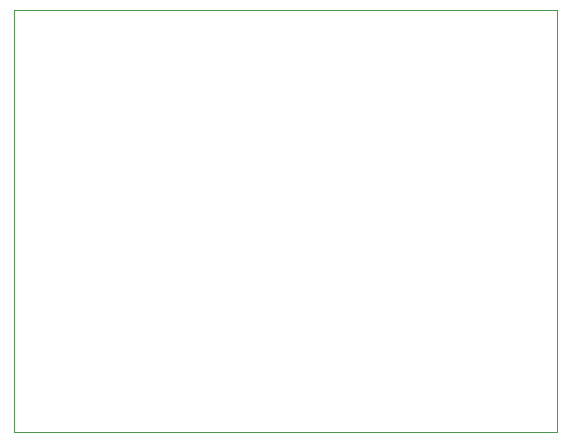
<source format=gm1>
%TF.GenerationSoftware,KiCad,Pcbnew,9.0.0*%
%TF.CreationDate,2025-04-01T00:51:49+01:00*%
%TF.ProjectId,Wireless_bluetooth_speaker,57697265-6c65-4737-935f-626c7565746f,rev?*%
%TF.SameCoordinates,Original*%
%TF.FileFunction,Profile,NP*%
%FSLAX46Y46*%
G04 Gerber Fmt 4.6, Leading zero omitted, Abs format (unit mm)*
G04 Created by KiCad (PCBNEW 9.0.0) date 2025-04-01 00:51:49*
%MOMM*%
%LPD*%
G01*
G04 APERTURE LIST*
%TA.AperFunction,Profile*%
%ADD10C,0.050000*%
%TD*%
G04 APERTURE END LIST*
D10*
X122750000Y-83750000D02*
X168750000Y-83750000D01*
X168750000Y-119475000D01*
X122750000Y-119475000D01*
X122750000Y-83750000D01*
M02*

</source>
